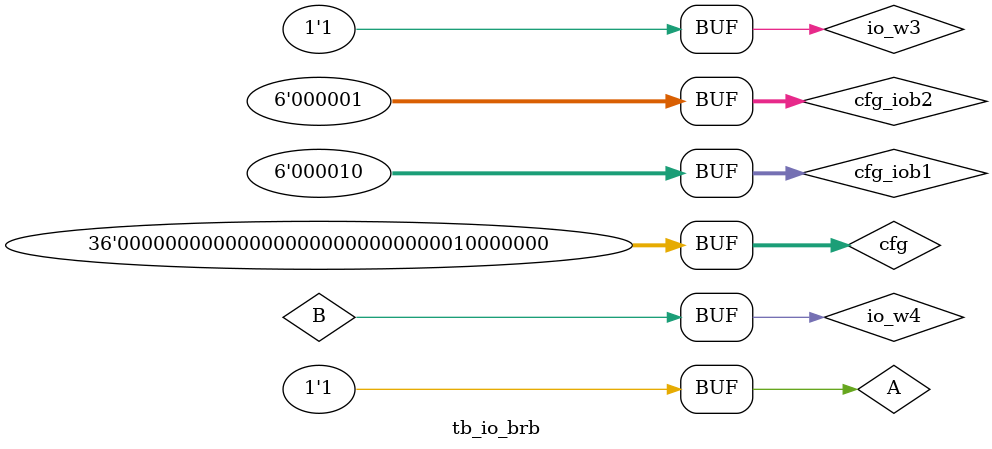
<source format=v>
module tb_io_brb();
	// Test ports
	reg A;
	wire B;
	reg [35:0] cfg;
	wire [2:0] left1, right1, top1, bottom1;
	wire [2:0] left2, right2, top2, bottom2;

	reg [5:0] cfg_iob1, cfg_iob2;
	wire [2:0] io_w1, io_w2;
	wire io_w3, io_w4;

	assign io_w3 = A;
	assign B = io_w4;

	wire [2:0] midway;

	io_block iob1(cfg_iob1, io_w1, io_w3);
	io_block iob2(cfg_iob2, io_w2, io_w4);
	bidir_routing_block brb1(cfg, left1, right1, midway, io_w1);
	bidir_routing_block brb2(cfg, left2, right2, io_w2, midway);
	initial begin
		cfg = 36'b0;
		cfg_iob1 = 6'b0;
		cfg_iob2 = 6'b0;
		cfg[7] = 1'b1;

		cfg_iob1[1] = 1'b1;
		cfg_iob2[0] = 1'b1;

		#10 A = 1'b0;
		$monitor("A = %b, B = %b",
				A, B);
		#10 A = 1'b0;
		#10 A = 1'b1;
		// #10 cfg[7] = 1'b0; cfg[6] = 1'b1;
		// A = 1'b0;
		// #10 A = 1'b1;

	end
endmodule


</source>
